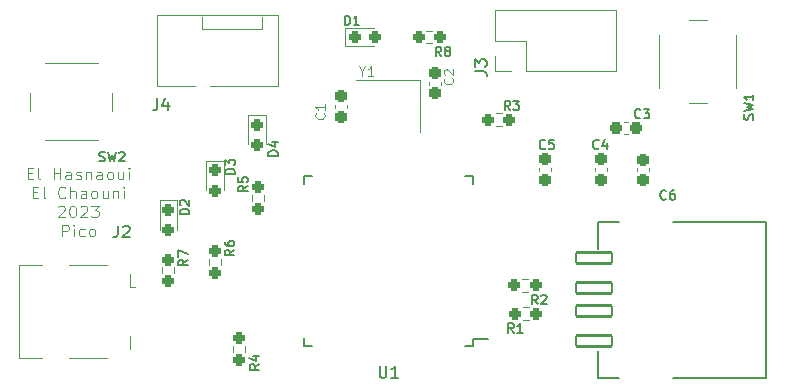
<source format=gto>
%TF.GenerationSoftware,KiCad,Pcbnew,7.0.7*%
%TF.CreationDate,2023-10-24T16:51:49+02:00*%
%TF.ProjectId,Carte_Clavier,43617274-655f-4436-9c61-766965722e6b,rev?*%
%TF.SameCoordinates,Original*%
%TF.FileFunction,Legend,Top*%
%TF.FilePolarity,Positive*%
%FSLAX46Y46*%
G04 Gerber Fmt 4.6, Leading zero omitted, Abs format (unit mm)*
G04 Created by KiCad (PCBNEW 7.0.7) date 2023-10-24 16:51:49*
%MOMM*%
%LPD*%
G01*
G04 APERTURE LIST*
G04 Aperture macros list*
%AMRoundRect*
0 Rectangle with rounded corners*
0 $1 Rounding radius*
0 $2 $3 $4 $5 $6 $7 $8 $9 X,Y pos of 4 corners*
0 Add a 4 corners polygon primitive as box body*
4,1,4,$2,$3,$4,$5,$6,$7,$8,$9,$2,$3,0*
0 Add four circle primitives for the rounded corners*
1,1,$1+$1,$2,$3*
1,1,$1+$1,$4,$5*
1,1,$1+$1,$6,$7*
1,1,$1+$1,$8,$9*
0 Add four rect primitives between the rounded corners*
20,1,$1+$1,$2,$3,$4,$5,0*
20,1,$1+$1,$4,$5,$6,$7,0*
20,1,$1+$1,$6,$7,$8,$9,0*
20,1,$1+$1,$8,$9,$2,$3,0*%
G04 Aperture macros list end*
%ADD10C,0.100000*%
%ADD11C,0.080000*%
%ADD12C,0.150000*%
%ADD13C,0.125000*%
%ADD14C,0.120000*%
%ADD15C,0.203200*%
%ADD16R,2.100000X1.800000*%
%ADD17RoundRect,0.237500X-0.237500X0.287500X-0.237500X-0.287500X0.237500X-0.287500X0.237500X0.287500X0*%
%ADD18RoundRect,0.237500X-0.250000X-0.237500X0.250000X-0.237500X0.250000X0.237500X-0.250000X0.237500X0*%
%ADD19RoundRect,0.237500X-0.237500X0.250000X-0.237500X-0.250000X0.237500X-0.250000X0.237500X0.250000X0*%
%ADD20R,1.500000X0.550000*%
%ADD21R,0.550000X1.500000*%
%ADD22R,1.700000X1.700000*%
%ADD23O,1.700000X1.700000*%
%ADD24C,1.100000*%
%ADD25R,1.730000X2.030000*%
%ADD26O,1.730000X2.030000*%
%ADD27RoundRect,0.101600X1.500000X0.450000X-1.500000X0.450000X-1.500000X-0.450000X1.500000X-0.450000X0*%
%ADD28C,3.530600*%
%ADD29RoundRect,0.237500X-0.300000X-0.237500X0.300000X-0.237500X0.300000X0.237500X-0.300000X0.237500X0*%
%ADD30RoundRect,0.237500X-0.237500X0.300000X-0.237500X-0.300000X0.237500X-0.300000X0.237500X0.300000X0*%
%ADD31RoundRect,0.237500X0.250000X0.237500X-0.250000X0.237500X-0.250000X-0.237500X0.250000X-0.237500X0*%
%ADD32RoundRect,0.237500X-0.287500X-0.237500X0.287500X-0.237500X0.287500X0.237500X-0.287500X0.237500X0*%
%ADD33C,2.000000*%
%ADD34C,1.000000*%
%ADD35R,2.000000X0.500000*%
%ADD36R,1.700000X2.000000*%
G04 APERTURE END LIST*
D10*
X128914285Y-93318609D02*
X129247618Y-93318609D01*
X129390475Y-93842419D02*
X128914285Y-93842419D01*
X128914285Y-93842419D02*
X128914285Y-92842419D01*
X128914285Y-92842419D02*
X129390475Y-92842419D01*
X129961904Y-93842419D02*
X129866666Y-93794800D01*
X129866666Y-93794800D02*
X129819047Y-93699561D01*
X129819047Y-93699561D02*
X129819047Y-92842419D01*
X131104762Y-93842419D02*
X131104762Y-92842419D01*
X131104762Y-93318609D02*
X131676190Y-93318609D01*
X131676190Y-93842419D02*
X131676190Y-92842419D01*
X132580952Y-93842419D02*
X132580952Y-93318609D01*
X132580952Y-93318609D02*
X132533333Y-93223371D01*
X132533333Y-93223371D02*
X132438095Y-93175752D01*
X132438095Y-93175752D02*
X132247619Y-93175752D01*
X132247619Y-93175752D02*
X132152381Y-93223371D01*
X132580952Y-93794800D02*
X132485714Y-93842419D01*
X132485714Y-93842419D02*
X132247619Y-93842419D01*
X132247619Y-93842419D02*
X132152381Y-93794800D01*
X132152381Y-93794800D02*
X132104762Y-93699561D01*
X132104762Y-93699561D02*
X132104762Y-93604323D01*
X132104762Y-93604323D02*
X132152381Y-93509085D01*
X132152381Y-93509085D02*
X132247619Y-93461466D01*
X132247619Y-93461466D02*
X132485714Y-93461466D01*
X132485714Y-93461466D02*
X132580952Y-93413847D01*
X133009524Y-93794800D02*
X133104762Y-93842419D01*
X133104762Y-93842419D02*
X133295238Y-93842419D01*
X133295238Y-93842419D02*
X133390476Y-93794800D01*
X133390476Y-93794800D02*
X133438095Y-93699561D01*
X133438095Y-93699561D02*
X133438095Y-93651942D01*
X133438095Y-93651942D02*
X133390476Y-93556704D01*
X133390476Y-93556704D02*
X133295238Y-93509085D01*
X133295238Y-93509085D02*
X133152381Y-93509085D01*
X133152381Y-93509085D02*
X133057143Y-93461466D01*
X133057143Y-93461466D02*
X133009524Y-93366228D01*
X133009524Y-93366228D02*
X133009524Y-93318609D01*
X133009524Y-93318609D02*
X133057143Y-93223371D01*
X133057143Y-93223371D02*
X133152381Y-93175752D01*
X133152381Y-93175752D02*
X133295238Y-93175752D01*
X133295238Y-93175752D02*
X133390476Y-93223371D01*
X133866667Y-93175752D02*
X133866667Y-93842419D01*
X133866667Y-93270990D02*
X133914286Y-93223371D01*
X133914286Y-93223371D02*
X134009524Y-93175752D01*
X134009524Y-93175752D02*
X134152381Y-93175752D01*
X134152381Y-93175752D02*
X134247619Y-93223371D01*
X134247619Y-93223371D02*
X134295238Y-93318609D01*
X134295238Y-93318609D02*
X134295238Y-93842419D01*
X135200000Y-93842419D02*
X135200000Y-93318609D01*
X135200000Y-93318609D02*
X135152381Y-93223371D01*
X135152381Y-93223371D02*
X135057143Y-93175752D01*
X135057143Y-93175752D02*
X134866667Y-93175752D01*
X134866667Y-93175752D02*
X134771429Y-93223371D01*
X135200000Y-93794800D02*
X135104762Y-93842419D01*
X135104762Y-93842419D02*
X134866667Y-93842419D01*
X134866667Y-93842419D02*
X134771429Y-93794800D01*
X134771429Y-93794800D02*
X134723810Y-93699561D01*
X134723810Y-93699561D02*
X134723810Y-93604323D01*
X134723810Y-93604323D02*
X134771429Y-93509085D01*
X134771429Y-93509085D02*
X134866667Y-93461466D01*
X134866667Y-93461466D02*
X135104762Y-93461466D01*
X135104762Y-93461466D02*
X135200000Y-93413847D01*
X135819048Y-93842419D02*
X135723810Y-93794800D01*
X135723810Y-93794800D02*
X135676191Y-93747180D01*
X135676191Y-93747180D02*
X135628572Y-93651942D01*
X135628572Y-93651942D02*
X135628572Y-93366228D01*
X135628572Y-93366228D02*
X135676191Y-93270990D01*
X135676191Y-93270990D02*
X135723810Y-93223371D01*
X135723810Y-93223371D02*
X135819048Y-93175752D01*
X135819048Y-93175752D02*
X135961905Y-93175752D01*
X135961905Y-93175752D02*
X136057143Y-93223371D01*
X136057143Y-93223371D02*
X136104762Y-93270990D01*
X136104762Y-93270990D02*
X136152381Y-93366228D01*
X136152381Y-93366228D02*
X136152381Y-93651942D01*
X136152381Y-93651942D02*
X136104762Y-93747180D01*
X136104762Y-93747180D02*
X136057143Y-93794800D01*
X136057143Y-93794800D02*
X135961905Y-93842419D01*
X135961905Y-93842419D02*
X135819048Y-93842419D01*
X137009524Y-93175752D02*
X137009524Y-93842419D01*
X136580953Y-93175752D02*
X136580953Y-93699561D01*
X136580953Y-93699561D02*
X136628572Y-93794800D01*
X136628572Y-93794800D02*
X136723810Y-93842419D01*
X136723810Y-93842419D02*
X136866667Y-93842419D01*
X136866667Y-93842419D02*
X136961905Y-93794800D01*
X136961905Y-93794800D02*
X137009524Y-93747180D01*
X137485715Y-93842419D02*
X137485715Y-93175752D01*
X137485715Y-92842419D02*
X137438096Y-92890038D01*
X137438096Y-92890038D02*
X137485715Y-92937657D01*
X137485715Y-92937657D02*
X137533334Y-92890038D01*
X137533334Y-92890038D02*
X137485715Y-92842419D01*
X137485715Y-92842419D02*
X137485715Y-92937657D01*
X129342857Y-94928609D02*
X129676190Y-94928609D01*
X129819047Y-95452419D02*
X129342857Y-95452419D01*
X129342857Y-95452419D02*
X129342857Y-94452419D01*
X129342857Y-94452419D02*
X129819047Y-94452419D01*
X130390476Y-95452419D02*
X130295238Y-95404800D01*
X130295238Y-95404800D02*
X130247619Y-95309561D01*
X130247619Y-95309561D02*
X130247619Y-94452419D01*
X132104762Y-95357180D02*
X132057143Y-95404800D01*
X132057143Y-95404800D02*
X131914286Y-95452419D01*
X131914286Y-95452419D02*
X131819048Y-95452419D01*
X131819048Y-95452419D02*
X131676191Y-95404800D01*
X131676191Y-95404800D02*
X131580953Y-95309561D01*
X131580953Y-95309561D02*
X131533334Y-95214323D01*
X131533334Y-95214323D02*
X131485715Y-95023847D01*
X131485715Y-95023847D02*
X131485715Y-94880990D01*
X131485715Y-94880990D02*
X131533334Y-94690514D01*
X131533334Y-94690514D02*
X131580953Y-94595276D01*
X131580953Y-94595276D02*
X131676191Y-94500038D01*
X131676191Y-94500038D02*
X131819048Y-94452419D01*
X131819048Y-94452419D02*
X131914286Y-94452419D01*
X131914286Y-94452419D02*
X132057143Y-94500038D01*
X132057143Y-94500038D02*
X132104762Y-94547657D01*
X132533334Y-95452419D02*
X132533334Y-94452419D01*
X132961905Y-95452419D02*
X132961905Y-94928609D01*
X132961905Y-94928609D02*
X132914286Y-94833371D01*
X132914286Y-94833371D02*
X132819048Y-94785752D01*
X132819048Y-94785752D02*
X132676191Y-94785752D01*
X132676191Y-94785752D02*
X132580953Y-94833371D01*
X132580953Y-94833371D02*
X132533334Y-94880990D01*
X133866667Y-95452419D02*
X133866667Y-94928609D01*
X133866667Y-94928609D02*
X133819048Y-94833371D01*
X133819048Y-94833371D02*
X133723810Y-94785752D01*
X133723810Y-94785752D02*
X133533334Y-94785752D01*
X133533334Y-94785752D02*
X133438096Y-94833371D01*
X133866667Y-95404800D02*
X133771429Y-95452419D01*
X133771429Y-95452419D02*
X133533334Y-95452419D01*
X133533334Y-95452419D02*
X133438096Y-95404800D01*
X133438096Y-95404800D02*
X133390477Y-95309561D01*
X133390477Y-95309561D02*
X133390477Y-95214323D01*
X133390477Y-95214323D02*
X133438096Y-95119085D01*
X133438096Y-95119085D02*
X133533334Y-95071466D01*
X133533334Y-95071466D02*
X133771429Y-95071466D01*
X133771429Y-95071466D02*
X133866667Y-95023847D01*
X134485715Y-95452419D02*
X134390477Y-95404800D01*
X134390477Y-95404800D02*
X134342858Y-95357180D01*
X134342858Y-95357180D02*
X134295239Y-95261942D01*
X134295239Y-95261942D02*
X134295239Y-94976228D01*
X134295239Y-94976228D02*
X134342858Y-94880990D01*
X134342858Y-94880990D02*
X134390477Y-94833371D01*
X134390477Y-94833371D02*
X134485715Y-94785752D01*
X134485715Y-94785752D02*
X134628572Y-94785752D01*
X134628572Y-94785752D02*
X134723810Y-94833371D01*
X134723810Y-94833371D02*
X134771429Y-94880990D01*
X134771429Y-94880990D02*
X134819048Y-94976228D01*
X134819048Y-94976228D02*
X134819048Y-95261942D01*
X134819048Y-95261942D02*
X134771429Y-95357180D01*
X134771429Y-95357180D02*
X134723810Y-95404800D01*
X134723810Y-95404800D02*
X134628572Y-95452419D01*
X134628572Y-95452419D02*
X134485715Y-95452419D01*
X135676191Y-94785752D02*
X135676191Y-95452419D01*
X135247620Y-94785752D02*
X135247620Y-95309561D01*
X135247620Y-95309561D02*
X135295239Y-95404800D01*
X135295239Y-95404800D02*
X135390477Y-95452419D01*
X135390477Y-95452419D02*
X135533334Y-95452419D01*
X135533334Y-95452419D02*
X135628572Y-95404800D01*
X135628572Y-95404800D02*
X135676191Y-95357180D01*
X136152382Y-94785752D02*
X136152382Y-95452419D01*
X136152382Y-94880990D02*
X136200001Y-94833371D01*
X136200001Y-94833371D02*
X136295239Y-94785752D01*
X136295239Y-94785752D02*
X136438096Y-94785752D01*
X136438096Y-94785752D02*
X136533334Y-94833371D01*
X136533334Y-94833371D02*
X136580953Y-94928609D01*
X136580953Y-94928609D02*
X136580953Y-95452419D01*
X137057144Y-95452419D02*
X137057144Y-94785752D01*
X137057144Y-94452419D02*
X137009525Y-94500038D01*
X137009525Y-94500038D02*
X137057144Y-94547657D01*
X137057144Y-94547657D02*
X137104763Y-94500038D01*
X137104763Y-94500038D02*
X137057144Y-94452419D01*
X137057144Y-94452419D02*
X137057144Y-94547657D01*
X131485714Y-96157657D02*
X131533333Y-96110038D01*
X131533333Y-96110038D02*
X131628571Y-96062419D01*
X131628571Y-96062419D02*
X131866666Y-96062419D01*
X131866666Y-96062419D02*
X131961904Y-96110038D01*
X131961904Y-96110038D02*
X132009523Y-96157657D01*
X132009523Y-96157657D02*
X132057142Y-96252895D01*
X132057142Y-96252895D02*
X132057142Y-96348133D01*
X132057142Y-96348133D02*
X132009523Y-96490990D01*
X132009523Y-96490990D02*
X131438095Y-97062419D01*
X131438095Y-97062419D02*
X132057142Y-97062419D01*
X132676190Y-96062419D02*
X132771428Y-96062419D01*
X132771428Y-96062419D02*
X132866666Y-96110038D01*
X132866666Y-96110038D02*
X132914285Y-96157657D01*
X132914285Y-96157657D02*
X132961904Y-96252895D01*
X132961904Y-96252895D02*
X133009523Y-96443371D01*
X133009523Y-96443371D02*
X133009523Y-96681466D01*
X133009523Y-96681466D02*
X132961904Y-96871942D01*
X132961904Y-96871942D02*
X132914285Y-96967180D01*
X132914285Y-96967180D02*
X132866666Y-97014800D01*
X132866666Y-97014800D02*
X132771428Y-97062419D01*
X132771428Y-97062419D02*
X132676190Y-97062419D01*
X132676190Y-97062419D02*
X132580952Y-97014800D01*
X132580952Y-97014800D02*
X132533333Y-96967180D01*
X132533333Y-96967180D02*
X132485714Y-96871942D01*
X132485714Y-96871942D02*
X132438095Y-96681466D01*
X132438095Y-96681466D02*
X132438095Y-96443371D01*
X132438095Y-96443371D02*
X132485714Y-96252895D01*
X132485714Y-96252895D02*
X132533333Y-96157657D01*
X132533333Y-96157657D02*
X132580952Y-96110038D01*
X132580952Y-96110038D02*
X132676190Y-96062419D01*
X133390476Y-96157657D02*
X133438095Y-96110038D01*
X133438095Y-96110038D02*
X133533333Y-96062419D01*
X133533333Y-96062419D02*
X133771428Y-96062419D01*
X133771428Y-96062419D02*
X133866666Y-96110038D01*
X133866666Y-96110038D02*
X133914285Y-96157657D01*
X133914285Y-96157657D02*
X133961904Y-96252895D01*
X133961904Y-96252895D02*
X133961904Y-96348133D01*
X133961904Y-96348133D02*
X133914285Y-96490990D01*
X133914285Y-96490990D02*
X133342857Y-97062419D01*
X133342857Y-97062419D02*
X133961904Y-97062419D01*
X134295238Y-96062419D02*
X134914285Y-96062419D01*
X134914285Y-96062419D02*
X134580952Y-96443371D01*
X134580952Y-96443371D02*
X134723809Y-96443371D01*
X134723809Y-96443371D02*
X134819047Y-96490990D01*
X134819047Y-96490990D02*
X134866666Y-96538609D01*
X134866666Y-96538609D02*
X134914285Y-96633847D01*
X134914285Y-96633847D02*
X134914285Y-96871942D01*
X134914285Y-96871942D02*
X134866666Y-96967180D01*
X134866666Y-96967180D02*
X134819047Y-97014800D01*
X134819047Y-97014800D02*
X134723809Y-97062419D01*
X134723809Y-97062419D02*
X134438095Y-97062419D01*
X134438095Y-97062419D02*
X134342857Y-97014800D01*
X134342857Y-97014800D02*
X134295238Y-96967180D01*
X131819048Y-98672419D02*
X131819048Y-97672419D01*
X131819048Y-97672419D02*
X132200000Y-97672419D01*
X132200000Y-97672419D02*
X132295238Y-97720038D01*
X132295238Y-97720038D02*
X132342857Y-97767657D01*
X132342857Y-97767657D02*
X132390476Y-97862895D01*
X132390476Y-97862895D02*
X132390476Y-98005752D01*
X132390476Y-98005752D02*
X132342857Y-98100990D01*
X132342857Y-98100990D02*
X132295238Y-98148609D01*
X132295238Y-98148609D02*
X132200000Y-98196228D01*
X132200000Y-98196228D02*
X131819048Y-98196228D01*
X132819048Y-98672419D02*
X132819048Y-98005752D01*
X132819048Y-97672419D02*
X132771429Y-97720038D01*
X132771429Y-97720038D02*
X132819048Y-97767657D01*
X132819048Y-97767657D02*
X132866667Y-97720038D01*
X132866667Y-97720038D02*
X132819048Y-97672419D01*
X132819048Y-97672419D02*
X132819048Y-97767657D01*
X133723809Y-98624800D02*
X133628571Y-98672419D01*
X133628571Y-98672419D02*
X133438095Y-98672419D01*
X133438095Y-98672419D02*
X133342857Y-98624800D01*
X133342857Y-98624800D02*
X133295238Y-98577180D01*
X133295238Y-98577180D02*
X133247619Y-98481942D01*
X133247619Y-98481942D02*
X133247619Y-98196228D01*
X133247619Y-98196228D02*
X133295238Y-98100990D01*
X133295238Y-98100990D02*
X133342857Y-98053371D01*
X133342857Y-98053371D02*
X133438095Y-98005752D01*
X133438095Y-98005752D02*
X133628571Y-98005752D01*
X133628571Y-98005752D02*
X133723809Y-98053371D01*
X134295238Y-98672419D02*
X134200000Y-98624800D01*
X134200000Y-98624800D02*
X134152381Y-98577180D01*
X134152381Y-98577180D02*
X134104762Y-98481942D01*
X134104762Y-98481942D02*
X134104762Y-98196228D01*
X134104762Y-98196228D02*
X134152381Y-98100990D01*
X134152381Y-98100990D02*
X134200000Y-98053371D01*
X134200000Y-98053371D02*
X134295238Y-98005752D01*
X134295238Y-98005752D02*
X134438095Y-98005752D01*
X134438095Y-98005752D02*
X134533333Y-98053371D01*
X134533333Y-98053371D02*
X134580952Y-98100990D01*
X134580952Y-98100990D02*
X134628571Y-98196228D01*
X134628571Y-98196228D02*
X134628571Y-98481942D01*
X134628571Y-98481942D02*
X134580952Y-98577180D01*
X134580952Y-98577180D02*
X134533333Y-98624800D01*
X134533333Y-98624800D02*
X134438095Y-98672419D01*
X134438095Y-98672419D02*
X134295238Y-98672419D01*
D11*
X157219048Y-84684982D02*
X157219048Y-85065935D01*
X156952381Y-84265935D02*
X157219048Y-84684982D01*
X157219048Y-84684982D02*
X157485714Y-84265935D01*
X158171428Y-85065935D02*
X157714285Y-85065935D01*
X157942857Y-85065935D02*
X157942857Y-84265935D01*
X157942857Y-84265935D02*
X157866666Y-84380220D01*
X157866666Y-84380220D02*
X157790476Y-84456411D01*
X157790476Y-84456411D02*
X157714285Y-84494506D01*
D12*
X146437695Y-93376675D02*
X145637695Y-93376675D01*
X145637695Y-93376675D02*
X145637695Y-93186199D01*
X145637695Y-93186199D02*
X145675790Y-93071913D01*
X145675790Y-93071913D02*
X145751980Y-92995723D01*
X145751980Y-92995723D02*
X145828171Y-92957628D01*
X145828171Y-92957628D02*
X145980552Y-92919532D01*
X145980552Y-92919532D02*
X146094838Y-92919532D01*
X146094838Y-92919532D02*
X146247219Y-92957628D01*
X146247219Y-92957628D02*
X146323409Y-92995723D01*
X146323409Y-92995723D02*
X146399600Y-93071913D01*
X146399600Y-93071913D02*
X146437695Y-93186199D01*
X146437695Y-93186199D02*
X146437695Y-93376675D01*
X145637695Y-92652866D02*
X145637695Y-92157628D01*
X145637695Y-92157628D02*
X145942457Y-92424294D01*
X145942457Y-92424294D02*
X145942457Y-92310009D01*
X145942457Y-92310009D02*
X145980552Y-92233818D01*
X145980552Y-92233818D02*
X146018647Y-92195723D01*
X146018647Y-92195723D02*
X146094838Y-92157628D01*
X146094838Y-92157628D02*
X146285314Y-92157628D01*
X146285314Y-92157628D02*
X146361504Y-92195723D01*
X146361504Y-92195723D02*
X146399600Y-92233818D01*
X146399600Y-92233818D02*
X146437695Y-92310009D01*
X146437695Y-92310009D02*
X146437695Y-92538580D01*
X146437695Y-92538580D02*
X146399600Y-92614771D01*
X146399600Y-92614771D02*
X146361504Y-92652866D01*
X163925267Y-83420295D02*
X163658600Y-83039342D01*
X163468124Y-83420295D02*
X163468124Y-82620295D01*
X163468124Y-82620295D02*
X163772886Y-82620295D01*
X163772886Y-82620295D02*
X163849076Y-82658390D01*
X163849076Y-82658390D02*
X163887171Y-82696485D01*
X163887171Y-82696485D02*
X163925267Y-82772676D01*
X163925267Y-82772676D02*
X163925267Y-82886961D01*
X163925267Y-82886961D02*
X163887171Y-82963152D01*
X163887171Y-82963152D02*
X163849076Y-83001247D01*
X163849076Y-83001247D02*
X163772886Y-83039342D01*
X163772886Y-83039342D02*
X163468124Y-83039342D01*
X164382409Y-82963152D02*
X164306219Y-82925057D01*
X164306219Y-82925057D02*
X164268124Y-82886961D01*
X164268124Y-82886961D02*
X164230028Y-82810771D01*
X164230028Y-82810771D02*
X164230028Y-82772676D01*
X164230028Y-82772676D02*
X164268124Y-82696485D01*
X164268124Y-82696485D02*
X164306219Y-82658390D01*
X164306219Y-82658390D02*
X164382409Y-82620295D01*
X164382409Y-82620295D02*
X164534790Y-82620295D01*
X164534790Y-82620295D02*
X164610981Y-82658390D01*
X164610981Y-82658390D02*
X164649076Y-82696485D01*
X164649076Y-82696485D02*
X164687171Y-82772676D01*
X164687171Y-82772676D02*
X164687171Y-82810771D01*
X164687171Y-82810771D02*
X164649076Y-82886961D01*
X164649076Y-82886961D02*
X164610981Y-82925057D01*
X164610981Y-82925057D02*
X164534790Y-82963152D01*
X164534790Y-82963152D02*
X164382409Y-82963152D01*
X164382409Y-82963152D02*
X164306219Y-83001247D01*
X164306219Y-83001247D02*
X164268124Y-83039342D01*
X164268124Y-83039342D02*
X164230028Y-83115533D01*
X164230028Y-83115533D02*
X164230028Y-83267914D01*
X164230028Y-83267914D02*
X164268124Y-83344104D01*
X164268124Y-83344104D02*
X164306219Y-83382200D01*
X164306219Y-83382200D02*
X164382409Y-83420295D01*
X164382409Y-83420295D02*
X164534790Y-83420295D01*
X164534790Y-83420295D02*
X164610981Y-83382200D01*
X164610981Y-83382200D02*
X164649076Y-83344104D01*
X164649076Y-83344104D02*
X164687171Y-83267914D01*
X164687171Y-83267914D02*
X164687171Y-83115533D01*
X164687171Y-83115533D02*
X164649076Y-83039342D01*
X164649076Y-83039342D02*
X164610981Y-83001247D01*
X164610981Y-83001247D02*
X164534790Y-82963152D01*
X150095295Y-91827275D02*
X149295295Y-91827275D01*
X149295295Y-91827275D02*
X149295295Y-91636799D01*
X149295295Y-91636799D02*
X149333390Y-91522513D01*
X149333390Y-91522513D02*
X149409580Y-91446323D01*
X149409580Y-91446323D02*
X149485771Y-91408228D01*
X149485771Y-91408228D02*
X149638152Y-91370132D01*
X149638152Y-91370132D02*
X149752438Y-91370132D01*
X149752438Y-91370132D02*
X149904819Y-91408228D01*
X149904819Y-91408228D02*
X149981009Y-91446323D01*
X149981009Y-91446323D02*
X150057200Y-91522513D01*
X150057200Y-91522513D02*
X150095295Y-91636799D01*
X150095295Y-91636799D02*
X150095295Y-91827275D01*
X149561961Y-90684418D02*
X150095295Y-90684418D01*
X149257200Y-90874894D02*
X149828628Y-91065371D01*
X149828628Y-91065371D02*
X149828628Y-90570132D01*
X147555295Y-94392732D02*
X147174342Y-94659399D01*
X147555295Y-94849875D02*
X146755295Y-94849875D01*
X146755295Y-94849875D02*
X146755295Y-94545113D01*
X146755295Y-94545113D02*
X146793390Y-94468923D01*
X146793390Y-94468923D02*
X146831485Y-94430828D01*
X146831485Y-94430828D02*
X146907676Y-94392732D01*
X146907676Y-94392732D02*
X147021961Y-94392732D01*
X147021961Y-94392732D02*
X147098152Y-94430828D01*
X147098152Y-94430828D02*
X147136247Y-94468923D01*
X147136247Y-94468923D02*
X147174342Y-94545113D01*
X147174342Y-94545113D02*
X147174342Y-94849875D01*
X146755295Y-93668923D02*
X146755295Y-94049875D01*
X146755295Y-94049875D02*
X147136247Y-94087971D01*
X147136247Y-94087971D02*
X147098152Y-94049875D01*
X147098152Y-94049875D02*
X147060057Y-93973685D01*
X147060057Y-93973685D02*
X147060057Y-93783209D01*
X147060057Y-93783209D02*
X147098152Y-93707018D01*
X147098152Y-93707018D02*
X147136247Y-93668923D01*
X147136247Y-93668923D02*
X147212438Y-93630828D01*
X147212438Y-93630828D02*
X147402914Y-93630828D01*
X147402914Y-93630828D02*
X147479104Y-93668923D01*
X147479104Y-93668923D02*
X147517200Y-93707018D01*
X147517200Y-93707018D02*
X147555295Y-93783209D01*
X147555295Y-93783209D02*
X147555295Y-93973685D01*
X147555295Y-93973685D02*
X147517200Y-94049875D01*
X147517200Y-94049875D02*
X147479104Y-94087971D01*
X158699295Y-109641219D02*
X158699295Y-110450742D01*
X158699295Y-110450742D02*
X158746914Y-110545980D01*
X158746914Y-110545980D02*
X158794533Y-110593600D01*
X158794533Y-110593600D02*
X158889771Y-110641219D01*
X158889771Y-110641219D02*
X159080247Y-110641219D01*
X159080247Y-110641219D02*
X159175485Y-110593600D01*
X159175485Y-110593600D02*
X159223104Y-110545980D01*
X159223104Y-110545980D02*
X159270723Y-110450742D01*
X159270723Y-110450742D02*
X159270723Y-109641219D01*
X160270723Y-110641219D02*
X159699295Y-110641219D01*
X159985009Y-110641219D02*
X159985009Y-109641219D01*
X159985009Y-109641219D02*
X159889771Y-109784076D01*
X159889771Y-109784076D02*
X159794533Y-109879314D01*
X159794533Y-109879314D02*
X159699295Y-109926933D01*
X166764619Y-84686733D02*
X167478904Y-84686733D01*
X167478904Y-84686733D02*
X167621761Y-84734352D01*
X167621761Y-84734352D02*
X167717000Y-84829590D01*
X167717000Y-84829590D02*
X167764619Y-84972447D01*
X167764619Y-84972447D02*
X167764619Y-85067685D01*
X166764619Y-84305780D02*
X166764619Y-83686733D01*
X166764619Y-83686733D02*
X167145571Y-84020066D01*
X167145571Y-84020066D02*
X167145571Y-83877209D01*
X167145571Y-83877209D02*
X167193190Y-83781971D01*
X167193190Y-83781971D02*
X167240809Y-83734352D01*
X167240809Y-83734352D02*
X167336047Y-83686733D01*
X167336047Y-83686733D02*
X167574142Y-83686733D01*
X167574142Y-83686733D02*
X167669380Y-83734352D01*
X167669380Y-83734352D02*
X167717000Y-83781971D01*
X167717000Y-83781971D02*
X167764619Y-83877209D01*
X167764619Y-83877209D02*
X167764619Y-84162923D01*
X167764619Y-84162923D02*
X167717000Y-84258161D01*
X167717000Y-84258161D02*
X167669380Y-84305780D01*
X139890066Y-86984419D02*
X139890066Y-87698704D01*
X139890066Y-87698704D02*
X139842447Y-87841561D01*
X139842447Y-87841561D02*
X139747209Y-87936800D01*
X139747209Y-87936800D02*
X139604352Y-87984419D01*
X139604352Y-87984419D02*
X139509114Y-87984419D01*
X140794828Y-87317752D02*
X140794828Y-87984419D01*
X140556733Y-86936800D02*
X140318638Y-87651085D01*
X140318638Y-87651085D02*
X140937685Y-87651085D01*
X142602295Y-96805675D02*
X141802295Y-96805675D01*
X141802295Y-96805675D02*
X141802295Y-96615199D01*
X141802295Y-96615199D02*
X141840390Y-96500913D01*
X141840390Y-96500913D02*
X141916580Y-96424723D01*
X141916580Y-96424723D02*
X141992771Y-96386628D01*
X141992771Y-96386628D02*
X142145152Y-96348532D01*
X142145152Y-96348532D02*
X142259438Y-96348532D01*
X142259438Y-96348532D02*
X142411819Y-96386628D01*
X142411819Y-96386628D02*
X142488009Y-96424723D01*
X142488009Y-96424723D02*
X142564200Y-96500913D01*
X142564200Y-96500913D02*
X142602295Y-96615199D01*
X142602295Y-96615199D02*
X142602295Y-96805675D01*
X141878485Y-96043771D02*
X141840390Y-96005675D01*
X141840390Y-96005675D02*
X141802295Y-95929485D01*
X141802295Y-95929485D02*
X141802295Y-95739009D01*
X141802295Y-95739009D02*
X141840390Y-95662818D01*
X141840390Y-95662818D02*
X141878485Y-95624723D01*
X141878485Y-95624723D02*
X141954676Y-95586628D01*
X141954676Y-95586628D02*
X142030866Y-95586628D01*
X142030866Y-95586628D02*
X142145152Y-95624723D01*
X142145152Y-95624723D02*
X142602295Y-96081866D01*
X142602295Y-96081866D02*
X142602295Y-95586628D01*
X146386895Y-99802932D02*
X146005942Y-100069599D01*
X146386895Y-100260075D02*
X145586895Y-100260075D01*
X145586895Y-100260075D02*
X145586895Y-99955313D01*
X145586895Y-99955313D02*
X145624990Y-99879123D01*
X145624990Y-99879123D02*
X145663085Y-99841028D01*
X145663085Y-99841028D02*
X145739276Y-99802932D01*
X145739276Y-99802932D02*
X145853561Y-99802932D01*
X145853561Y-99802932D02*
X145929752Y-99841028D01*
X145929752Y-99841028D02*
X145967847Y-99879123D01*
X145967847Y-99879123D02*
X146005942Y-99955313D01*
X146005942Y-99955313D02*
X146005942Y-100260075D01*
X145586895Y-99117218D02*
X145586895Y-99269599D01*
X145586895Y-99269599D02*
X145624990Y-99345790D01*
X145624990Y-99345790D02*
X145663085Y-99383885D01*
X145663085Y-99383885D02*
X145777371Y-99460075D01*
X145777371Y-99460075D02*
X145929752Y-99498171D01*
X145929752Y-99498171D02*
X146234514Y-99498171D01*
X146234514Y-99498171D02*
X146310704Y-99460075D01*
X146310704Y-99460075D02*
X146348800Y-99421980D01*
X146348800Y-99421980D02*
X146386895Y-99345790D01*
X146386895Y-99345790D02*
X146386895Y-99193409D01*
X146386895Y-99193409D02*
X146348800Y-99117218D01*
X146348800Y-99117218D02*
X146310704Y-99079123D01*
X146310704Y-99079123D02*
X146234514Y-99041028D01*
X146234514Y-99041028D02*
X146044038Y-99041028D01*
X146044038Y-99041028D02*
X145967847Y-99079123D01*
X145967847Y-99079123D02*
X145929752Y-99117218D01*
X145929752Y-99117218D02*
X145891657Y-99193409D01*
X145891657Y-99193409D02*
X145891657Y-99345790D01*
X145891657Y-99345790D02*
X145929752Y-99421980D01*
X145929752Y-99421980D02*
X145967847Y-99460075D01*
X145967847Y-99460075D02*
X146044038Y-99498171D01*
X180790867Y-88601904D02*
X180752771Y-88640000D01*
X180752771Y-88640000D02*
X180638486Y-88678095D01*
X180638486Y-88678095D02*
X180562295Y-88678095D01*
X180562295Y-88678095D02*
X180448009Y-88640000D01*
X180448009Y-88640000D02*
X180371819Y-88563809D01*
X180371819Y-88563809D02*
X180333724Y-88487619D01*
X180333724Y-88487619D02*
X180295628Y-88335238D01*
X180295628Y-88335238D02*
X180295628Y-88220952D01*
X180295628Y-88220952D02*
X180333724Y-88068571D01*
X180333724Y-88068571D02*
X180371819Y-87992380D01*
X180371819Y-87992380D02*
X180448009Y-87916190D01*
X180448009Y-87916190D02*
X180562295Y-87878095D01*
X180562295Y-87878095D02*
X180638486Y-87878095D01*
X180638486Y-87878095D02*
X180752771Y-87916190D01*
X180752771Y-87916190D02*
X180790867Y-87954285D01*
X181057533Y-87878095D02*
X181552771Y-87878095D01*
X181552771Y-87878095D02*
X181286105Y-88182857D01*
X181286105Y-88182857D02*
X181400390Y-88182857D01*
X181400390Y-88182857D02*
X181476581Y-88220952D01*
X181476581Y-88220952D02*
X181514676Y-88259047D01*
X181514676Y-88259047D02*
X181552771Y-88335238D01*
X181552771Y-88335238D02*
X181552771Y-88525714D01*
X181552771Y-88525714D02*
X181514676Y-88601904D01*
X181514676Y-88601904D02*
X181476581Y-88640000D01*
X181476581Y-88640000D02*
X181400390Y-88678095D01*
X181400390Y-88678095D02*
X181171819Y-88678095D01*
X181171819Y-88678095D02*
X181095628Y-88640000D01*
X181095628Y-88640000D02*
X181057533Y-88601904D01*
D13*
X153987404Y-88233332D02*
X154025500Y-88271428D01*
X154025500Y-88271428D02*
X154063595Y-88385713D01*
X154063595Y-88385713D02*
X154063595Y-88461904D01*
X154063595Y-88461904D02*
X154025500Y-88576190D01*
X154025500Y-88576190D02*
X153949309Y-88652380D01*
X153949309Y-88652380D02*
X153873119Y-88690475D01*
X153873119Y-88690475D02*
X153720738Y-88728571D01*
X153720738Y-88728571D02*
X153606452Y-88728571D01*
X153606452Y-88728571D02*
X153454071Y-88690475D01*
X153454071Y-88690475D02*
X153377880Y-88652380D01*
X153377880Y-88652380D02*
X153301690Y-88576190D01*
X153301690Y-88576190D02*
X153263595Y-88461904D01*
X153263595Y-88461904D02*
X153263595Y-88385713D01*
X153263595Y-88385713D02*
X153301690Y-88271428D01*
X153301690Y-88271428D02*
X153339785Y-88233332D01*
X154063595Y-87471428D02*
X154063595Y-87928571D01*
X154063595Y-87699999D02*
X153263595Y-87699999D01*
X153263595Y-87699999D02*
X153377880Y-87776190D01*
X153377880Y-87776190D02*
X153454071Y-87852380D01*
X153454071Y-87852380D02*
X153492166Y-87928571D01*
D12*
X177260267Y-91192704D02*
X177222171Y-91230800D01*
X177222171Y-91230800D02*
X177107886Y-91268895D01*
X177107886Y-91268895D02*
X177031695Y-91268895D01*
X177031695Y-91268895D02*
X176917409Y-91230800D01*
X176917409Y-91230800D02*
X176841219Y-91154609D01*
X176841219Y-91154609D02*
X176803124Y-91078419D01*
X176803124Y-91078419D02*
X176765028Y-90926038D01*
X176765028Y-90926038D02*
X176765028Y-90811752D01*
X176765028Y-90811752D02*
X176803124Y-90659371D01*
X176803124Y-90659371D02*
X176841219Y-90583180D01*
X176841219Y-90583180D02*
X176917409Y-90506990D01*
X176917409Y-90506990D02*
X177031695Y-90468895D01*
X177031695Y-90468895D02*
X177107886Y-90468895D01*
X177107886Y-90468895D02*
X177222171Y-90506990D01*
X177222171Y-90506990D02*
X177260267Y-90545085D01*
X177945981Y-90735561D02*
X177945981Y-91268895D01*
X177755505Y-90430800D02*
X177565028Y-91002228D01*
X177565028Y-91002228D02*
X178060267Y-91002228D01*
X170046667Y-106839095D02*
X169780000Y-106458142D01*
X169589524Y-106839095D02*
X169589524Y-106039095D01*
X169589524Y-106039095D02*
X169894286Y-106039095D01*
X169894286Y-106039095D02*
X169970476Y-106077190D01*
X169970476Y-106077190D02*
X170008571Y-106115285D01*
X170008571Y-106115285D02*
X170046667Y-106191476D01*
X170046667Y-106191476D02*
X170046667Y-106305761D01*
X170046667Y-106305761D02*
X170008571Y-106381952D01*
X170008571Y-106381952D02*
X169970476Y-106420047D01*
X169970476Y-106420047D02*
X169894286Y-106458142D01*
X169894286Y-106458142D02*
X169589524Y-106458142D01*
X170808571Y-106839095D02*
X170351428Y-106839095D01*
X170580000Y-106839095D02*
X170580000Y-106039095D01*
X170580000Y-106039095D02*
X170503809Y-106153380D01*
X170503809Y-106153380D02*
X170427619Y-106229571D01*
X170427619Y-106229571D02*
X170351428Y-106267666D01*
X142449895Y-100641132D02*
X142068942Y-100907799D01*
X142449895Y-101098275D02*
X141649895Y-101098275D01*
X141649895Y-101098275D02*
X141649895Y-100793513D01*
X141649895Y-100793513D02*
X141687990Y-100717323D01*
X141687990Y-100717323D02*
X141726085Y-100679228D01*
X141726085Y-100679228D02*
X141802276Y-100641132D01*
X141802276Y-100641132D02*
X141916561Y-100641132D01*
X141916561Y-100641132D02*
X141992752Y-100679228D01*
X141992752Y-100679228D02*
X142030847Y-100717323D01*
X142030847Y-100717323D02*
X142068942Y-100793513D01*
X142068942Y-100793513D02*
X142068942Y-101098275D01*
X141649895Y-100374466D02*
X141649895Y-99841132D01*
X141649895Y-99841132D02*
X142449895Y-100183990D01*
X182966667Y-95486104D02*
X182928571Y-95524200D01*
X182928571Y-95524200D02*
X182814286Y-95562295D01*
X182814286Y-95562295D02*
X182738095Y-95562295D01*
X182738095Y-95562295D02*
X182623809Y-95524200D01*
X182623809Y-95524200D02*
X182547619Y-95448009D01*
X182547619Y-95448009D02*
X182509524Y-95371819D01*
X182509524Y-95371819D02*
X182471428Y-95219438D01*
X182471428Y-95219438D02*
X182471428Y-95105152D01*
X182471428Y-95105152D02*
X182509524Y-94952771D01*
X182509524Y-94952771D02*
X182547619Y-94876580D01*
X182547619Y-94876580D02*
X182623809Y-94800390D01*
X182623809Y-94800390D02*
X182738095Y-94762295D01*
X182738095Y-94762295D02*
X182814286Y-94762295D01*
X182814286Y-94762295D02*
X182928571Y-94800390D01*
X182928571Y-94800390D02*
X182966667Y-94838485D01*
X183652381Y-94762295D02*
X183500000Y-94762295D01*
X183500000Y-94762295D02*
X183423809Y-94800390D01*
X183423809Y-94800390D02*
X183385714Y-94838485D01*
X183385714Y-94838485D02*
X183309524Y-94952771D01*
X183309524Y-94952771D02*
X183271428Y-95105152D01*
X183271428Y-95105152D02*
X183271428Y-95409914D01*
X183271428Y-95409914D02*
X183309524Y-95486104D01*
X183309524Y-95486104D02*
X183347619Y-95524200D01*
X183347619Y-95524200D02*
X183423809Y-95562295D01*
X183423809Y-95562295D02*
X183576190Y-95562295D01*
X183576190Y-95562295D02*
X183652381Y-95524200D01*
X183652381Y-95524200D02*
X183690476Y-95486104D01*
X183690476Y-95486104D02*
X183728571Y-95409914D01*
X183728571Y-95409914D02*
X183728571Y-95219438D01*
X183728571Y-95219438D02*
X183690476Y-95143247D01*
X183690476Y-95143247D02*
X183652381Y-95105152D01*
X183652381Y-95105152D02*
X183576190Y-95067057D01*
X183576190Y-95067057D02*
X183423809Y-95067057D01*
X183423809Y-95067057D02*
X183347619Y-95105152D01*
X183347619Y-95105152D02*
X183309524Y-95143247D01*
X183309524Y-95143247D02*
X183271428Y-95219438D01*
X172739067Y-91192704D02*
X172700971Y-91230800D01*
X172700971Y-91230800D02*
X172586686Y-91268895D01*
X172586686Y-91268895D02*
X172510495Y-91268895D01*
X172510495Y-91268895D02*
X172396209Y-91230800D01*
X172396209Y-91230800D02*
X172320019Y-91154609D01*
X172320019Y-91154609D02*
X172281924Y-91078419D01*
X172281924Y-91078419D02*
X172243828Y-90926038D01*
X172243828Y-90926038D02*
X172243828Y-90811752D01*
X172243828Y-90811752D02*
X172281924Y-90659371D01*
X172281924Y-90659371D02*
X172320019Y-90583180D01*
X172320019Y-90583180D02*
X172396209Y-90506990D01*
X172396209Y-90506990D02*
X172510495Y-90468895D01*
X172510495Y-90468895D02*
X172586686Y-90468895D01*
X172586686Y-90468895D02*
X172700971Y-90506990D01*
X172700971Y-90506990D02*
X172739067Y-90545085D01*
X173462876Y-90468895D02*
X173081924Y-90468895D01*
X173081924Y-90468895D02*
X173043828Y-90849847D01*
X173043828Y-90849847D02*
X173081924Y-90811752D01*
X173081924Y-90811752D02*
X173158114Y-90773657D01*
X173158114Y-90773657D02*
X173348590Y-90773657D01*
X173348590Y-90773657D02*
X173424781Y-90811752D01*
X173424781Y-90811752D02*
X173462876Y-90849847D01*
X173462876Y-90849847D02*
X173500971Y-90926038D01*
X173500971Y-90926038D02*
X173500971Y-91116514D01*
X173500971Y-91116514D02*
X173462876Y-91192704D01*
X173462876Y-91192704D02*
X173424781Y-91230800D01*
X173424781Y-91230800D02*
X173348590Y-91268895D01*
X173348590Y-91268895D02*
X173158114Y-91268895D01*
X173158114Y-91268895D02*
X173081924Y-91230800D01*
X173081924Y-91230800D02*
X173043828Y-91192704D01*
X155746524Y-80778695D02*
X155746524Y-79978695D01*
X155746524Y-79978695D02*
X155937000Y-79978695D01*
X155937000Y-79978695D02*
X156051286Y-80016790D01*
X156051286Y-80016790D02*
X156127476Y-80092980D01*
X156127476Y-80092980D02*
X156165571Y-80169171D01*
X156165571Y-80169171D02*
X156203667Y-80321552D01*
X156203667Y-80321552D02*
X156203667Y-80435838D01*
X156203667Y-80435838D02*
X156165571Y-80588219D01*
X156165571Y-80588219D02*
X156127476Y-80664409D01*
X156127476Y-80664409D02*
X156051286Y-80740600D01*
X156051286Y-80740600D02*
X155937000Y-80778695D01*
X155937000Y-80778695D02*
X155746524Y-80778695D01*
X156965571Y-80778695D02*
X156508428Y-80778695D01*
X156737000Y-80778695D02*
X156737000Y-79978695D01*
X156737000Y-79978695D02*
X156660809Y-80092980D01*
X156660809Y-80092980D02*
X156584619Y-80169171D01*
X156584619Y-80169171D02*
X156508428Y-80207266D01*
X172078667Y-104400695D02*
X171812000Y-104019742D01*
X171621524Y-104400695D02*
X171621524Y-103600695D01*
X171621524Y-103600695D02*
X171926286Y-103600695D01*
X171926286Y-103600695D02*
X172002476Y-103638790D01*
X172002476Y-103638790D02*
X172040571Y-103676885D01*
X172040571Y-103676885D02*
X172078667Y-103753076D01*
X172078667Y-103753076D02*
X172078667Y-103867361D01*
X172078667Y-103867361D02*
X172040571Y-103943552D01*
X172040571Y-103943552D02*
X172002476Y-103981647D01*
X172002476Y-103981647D02*
X171926286Y-104019742D01*
X171926286Y-104019742D02*
X171621524Y-104019742D01*
X172383428Y-103676885D02*
X172421524Y-103638790D01*
X172421524Y-103638790D02*
X172497714Y-103600695D01*
X172497714Y-103600695D02*
X172688190Y-103600695D01*
X172688190Y-103600695D02*
X172764381Y-103638790D01*
X172764381Y-103638790D02*
X172802476Y-103676885D01*
X172802476Y-103676885D02*
X172840571Y-103753076D01*
X172840571Y-103753076D02*
X172840571Y-103829266D01*
X172840571Y-103829266D02*
X172802476Y-103943552D01*
X172802476Y-103943552D02*
X172345333Y-104400695D01*
X172345333Y-104400695D02*
X172840571Y-104400695D01*
X190316200Y-88798267D02*
X190354295Y-88683981D01*
X190354295Y-88683981D02*
X190354295Y-88493505D01*
X190354295Y-88493505D02*
X190316200Y-88417314D01*
X190316200Y-88417314D02*
X190278104Y-88379219D01*
X190278104Y-88379219D02*
X190201914Y-88341124D01*
X190201914Y-88341124D02*
X190125723Y-88341124D01*
X190125723Y-88341124D02*
X190049533Y-88379219D01*
X190049533Y-88379219D02*
X190011438Y-88417314D01*
X190011438Y-88417314D02*
X189973342Y-88493505D01*
X189973342Y-88493505D02*
X189935247Y-88645886D01*
X189935247Y-88645886D02*
X189897152Y-88722076D01*
X189897152Y-88722076D02*
X189859057Y-88760171D01*
X189859057Y-88760171D02*
X189782866Y-88798267D01*
X189782866Y-88798267D02*
X189706676Y-88798267D01*
X189706676Y-88798267D02*
X189630485Y-88760171D01*
X189630485Y-88760171D02*
X189592390Y-88722076D01*
X189592390Y-88722076D02*
X189554295Y-88645886D01*
X189554295Y-88645886D02*
X189554295Y-88455409D01*
X189554295Y-88455409D02*
X189592390Y-88341124D01*
X189554295Y-88074457D02*
X190354295Y-87883981D01*
X190354295Y-87883981D02*
X189782866Y-87731600D01*
X189782866Y-87731600D02*
X190354295Y-87579219D01*
X190354295Y-87579219D02*
X189554295Y-87388743D01*
X190354295Y-86664933D02*
X190354295Y-87122076D01*
X190354295Y-86893504D02*
X189554295Y-86893504D01*
X189554295Y-86893504D02*
X189668580Y-86969695D01*
X189668580Y-86969695D02*
X189744771Y-87045885D01*
X189744771Y-87045885D02*
X189782866Y-87122076D01*
X136547266Y-97752819D02*
X136547266Y-98467104D01*
X136547266Y-98467104D02*
X136499647Y-98609961D01*
X136499647Y-98609961D02*
X136404409Y-98705200D01*
X136404409Y-98705200D02*
X136261552Y-98752819D01*
X136261552Y-98752819D02*
X136166314Y-98752819D01*
X136975838Y-97848057D02*
X137023457Y-97800438D01*
X137023457Y-97800438D02*
X137118695Y-97752819D01*
X137118695Y-97752819D02*
X137356790Y-97752819D01*
X137356790Y-97752819D02*
X137452028Y-97800438D01*
X137452028Y-97800438D02*
X137499647Y-97848057D01*
X137499647Y-97848057D02*
X137547266Y-97943295D01*
X137547266Y-97943295D02*
X137547266Y-98038533D01*
X137547266Y-98038533D02*
X137499647Y-98181390D01*
X137499647Y-98181390D02*
X136928219Y-98752819D01*
X136928219Y-98752819D02*
X137547266Y-98752819D01*
D11*
X164858144Y-85275632D02*
X164896240Y-85313728D01*
X164896240Y-85313728D02*
X164934335Y-85428013D01*
X164934335Y-85428013D02*
X164934335Y-85504204D01*
X164934335Y-85504204D02*
X164896240Y-85618490D01*
X164896240Y-85618490D02*
X164820049Y-85694680D01*
X164820049Y-85694680D02*
X164743859Y-85732775D01*
X164743859Y-85732775D02*
X164591478Y-85770871D01*
X164591478Y-85770871D02*
X164477192Y-85770871D01*
X164477192Y-85770871D02*
X164324811Y-85732775D01*
X164324811Y-85732775D02*
X164248620Y-85694680D01*
X164248620Y-85694680D02*
X164172430Y-85618490D01*
X164172430Y-85618490D02*
X164134335Y-85504204D01*
X164134335Y-85504204D02*
X164134335Y-85428013D01*
X164134335Y-85428013D02*
X164172430Y-85313728D01*
X164172430Y-85313728D02*
X164210525Y-85275632D01*
X164210525Y-84970871D02*
X164172430Y-84932775D01*
X164172430Y-84932775D02*
X164134335Y-84856585D01*
X164134335Y-84856585D02*
X164134335Y-84666109D01*
X164134335Y-84666109D02*
X164172430Y-84589918D01*
X164172430Y-84589918D02*
X164210525Y-84551823D01*
X164210525Y-84551823D02*
X164286716Y-84513728D01*
X164286716Y-84513728D02*
X164362906Y-84513728D01*
X164362906Y-84513728D02*
X164477192Y-84551823D01*
X164477192Y-84551823D02*
X164934335Y-85008966D01*
X164934335Y-85008966D02*
X164934335Y-84513728D01*
D12*
X169767267Y-87992295D02*
X169500600Y-87611342D01*
X169310124Y-87992295D02*
X169310124Y-87192295D01*
X169310124Y-87192295D02*
X169614886Y-87192295D01*
X169614886Y-87192295D02*
X169691076Y-87230390D01*
X169691076Y-87230390D02*
X169729171Y-87268485D01*
X169729171Y-87268485D02*
X169767267Y-87344676D01*
X169767267Y-87344676D02*
X169767267Y-87458961D01*
X169767267Y-87458961D02*
X169729171Y-87535152D01*
X169729171Y-87535152D02*
X169691076Y-87573247D01*
X169691076Y-87573247D02*
X169614886Y-87611342D01*
X169614886Y-87611342D02*
X169310124Y-87611342D01*
X170033933Y-87192295D02*
X170529171Y-87192295D01*
X170529171Y-87192295D02*
X170262505Y-87497057D01*
X170262505Y-87497057D02*
X170376790Y-87497057D01*
X170376790Y-87497057D02*
X170452981Y-87535152D01*
X170452981Y-87535152D02*
X170491076Y-87573247D01*
X170491076Y-87573247D02*
X170529171Y-87649438D01*
X170529171Y-87649438D02*
X170529171Y-87839914D01*
X170529171Y-87839914D02*
X170491076Y-87916104D01*
X170491076Y-87916104D02*
X170452981Y-87954200D01*
X170452981Y-87954200D02*
X170376790Y-87992295D01*
X170376790Y-87992295D02*
X170148219Y-87992295D01*
X170148219Y-87992295D02*
X170072028Y-87954200D01*
X170072028Y-87954200D02*
X170033933Y-87916104D01*
X148495095Y-109480332D02*
X148114142Y-109746999D01*
X148495095Y-109937475D02*
X147695095Y-109937475D01*
X147695095Y-109937475D02*
X147695095Y-109632713D01*
X147695095Y-109632713D02*
X147733190Y-109556523D01*
X147733190Y-109556523D02*
X147771285Y-109518428D01*
X147771285Y-109518428D02*
X147847476Y-109480332D01*
X147847476Y-109480332D02*
X147961761Y-109480332D01*
X147961761Y-109480332D02*
X148037952Y-109518428D01*
X148037952Y-109518428D02*
X148076047Y-109556523D01*
X148076047Y-109556523D02*
X148114142Y-109632713D01*
X148114142Y-109632713D02*
X148114142Y-109937475D01*
X147961761Y-108794618D02*
X148495095Y-108794618D01*
X147657000Y-108985094D02*
X148228428Y-109175571D01*
X148228428Y-109175571D02*
X148228428Y-108680332D01*
X134975732Y-92272200D02*
X135090018Y-92310295D01*
X135090018Y-92310295D02*
X135280494Y-92310295D01*
X135280494Y-92310295D02*
X135356685Y-92272200D01*
X135356685Y-92272200D02*
X135394780Y-92234104D01*
X135394780Y-92234104D02*
X135432875Y-92157914D01*
X135432875Y-92157914D02*
X135432875Y-92081723D01*
X135432875Y-92081723D02*
X135394780Y-92005533D01*
X135394780Y-92005533D02*
X135356685Y-91967438D01*
X135356685Y-91967438D02*
X135280494Y-91929342D01*
X135280494Y-91929342D02*
X135128113Y-91891247D01*
X135128113Y-91891247D02*
X135051923Y-91853152D01*
X135051923Y-91853152D02*
X135013828Y-91815057D01*
X135013828Y-91815057D02*
X134975732Y-91738866D01*
X134975732Y-91738866D02*
X134975732Y-91662676D01*
X134975732Y-91662676D02*
X135013828Y-91586485D01*
X135013828Y-91586485D02*
X135051923Y-91548390D01*
X135051923Y-91548390D02*
X135128113Y-91510295D01*
X135128113Y-91510295D02*
X135318590Y-91510295D01*
X135318590Y-91510295D02*
X135432875Y-91548390D01*
X135699542Y-91510295D02*
X135890018Y-92310295D01*
X135890018Y-92310295D02*
X136042399Y-91738866D01*
X136042399Y-91738866D02*
X136194780Y-92310295D01*
X136194780Y-92310295D02*
X136385257Y-91510295D01*
X136651923Y-91586485D02*
X136690019Y-91548390D01*
X136690019Y-91548390D02*
X136766209Y-91510295D01*
X136766209Y-91510295D02*
X136956685Y-91510295D01*
X136956685Y-91510295D02*
X137032876Y-91548390D01*
X137032876Y-91548390D02*
X137070971Y-91586485D01*
X137070971Y-91586485D02*
X137109066Y-91662676D01*
X137109066Y-91662676D02*
X137109066Y-91738866D01*
X137109066Y-91738866D02*
X137070971Y-91853152D01*
X137070971Y-91853152D02*
X136613828Y-92310295D01*
X136613828Y-92310295D02*
X137109066Y-92310295D01*
D14*
%TO.C,Y1*%
X162138000Y-89863200D02*
X162138000Y-85463200D01*
X162138000Y-85463200D02*
X156738000Y-85463200D01*
%TO.C,D3*%
X145489600Y-92257800D02*
X144019600Y-92257800D01*
X144019600Y-92257800D02*
X144019600Y-94717800D01*
X145489600Y-94717800D02*
X145489600Y-92257800D01*
%TO.C,R8*%
X162660176Y-81240100D02*
X163169624Y-81240100D01*
X162660176Y-82285100D02*
X163169624Y-82285100D01*
%TO.C,D4*%
X149071000Y-88422400D02*
X147601000Y-88422400D01*
X147601000Y-88422400D02*
X147601000Y-90882400D01*
X149071000Y-90882400D02*
X149071000Y-88422400D01*
%TO.C,R5*%
X148934700Y-95149576D02*
X148934700Y-95659024D01*
X147889700Y-95149576D02*
X147889700Y-95659024D01*
D12*
%TO.C,U1*%
X166636200Y-107911400D02*
X166636200Y-107336400D01*
X166636200Y-107911400D02*
X165961200Y-107911400D01*
X166636200Y-107336400D02*
X167911200Y-107336400D01*
X166636200Y-93561400D02*
X166636200Y-94236400D01*
X166636200Y-93561400D02*
X165961200Y-93561400D01*
X152286200Y-107911400D02*
X152961200Y-107911400D01*
X152286200Y-107911400D02*
X152286200Y-107236400D01*
X152286200Y-93561400D02*
X152961200Y-93561400D01*
X152286200Y-93561400D02*
X152286200Y-94236400D01*
D14*
%TO.C,J3*%
X168469000Y-84692800D02*
X168469000Y-83362800D01*
X169799000Y-84692800D02*
X168469000Y-84692800D01*
X171069000Y-84692800D02*
X178749000Y-84692800D01*
X171069000Y-84692800D02*
X171069000Y-82092800D01*
X178749000Y-84692800D02*
X178749000Y-79492800D01*
X168469000Y-82092800D02*
X168469000Y-79492800D01*
X171069000Y-82092800D02*
X168469000Y-82092800D01*
X168469000Y-79492800D02*
X178749000Y-79492800D01*
%TO.C,J4*%
X150133200Y-85958000D02*
X144383200Y-85958000D01*
X150133200Y-79958000D02*
X150133200Y-85958000D01*
X148783200Y-81068000D02*
X143703200Y-81068000D01*
X148783200Y-80058000D02*
X148783200Y-81068000D01*
X143703200Y-81068000D02*
X143703200Y-80058000D01*
X143033200Y-85908000D02*
X139833200Y-85908000D01*
X139833200Y-85908000D02*
X139833200Y-79958000D01*
X139833200Y-79958000D02*
X150133200Y-79958000D01*
%TO.C,D2*%
X141552600Y-95622000D02*
X140082600Y-95622000D01*
X140082600Y-95622000D02*
X140082600Y-98082000D01*
X141552600Y-98082000D02*
X141552600Y-95622000D01*
D15*
%TO.C,J1*%
X191452400Y-110617000D02*
X191452400Y-97409000D01*
X191452400Y-110617000D02*
X183578400Y-110617000D01*
X191452400Y-97409000D02*
X183578400Y-97409000D01*
X179006400Y-97409000D02*
X177228400Y-97409000D01*
X177228400Y-110617000D02*
X179006400Y-110617000D01*
X177228400Y-108331000D02*
X177228400Y-110617000D01*
X177228400Y-97409000D02*
X177228400Y-99695000D01*
D14*
%TO.C,R6*%
X145277100Y-100559776D02*
X145277100Y-101069224D01*
X144232100Y-100559776D02*
X144232100Y-101069224D01*
%TO.C,C3*%
X179407433Y-88974200D02*
X179699967Y-88974200D01*
X179407433Y-89994200D02*
X179699967Y-89994200D01*
%TO.C,C1*%
X155910000Y-87508033D02*
X155910000Y-87800567D01*
X154890000Y-87508033D02*
X154890000Y-87800567D01*
%TO.C,C4*%
X177954400Y-92867433D02*
X177954400Y-93159967D01*
X176934400Y-92867433D02*
X176934400Y-93159967D01*
%TO.C,R1*%
X171323724Y-105729300D02*
X170814276Y-105729300D01*
X171323724Y-104684300D02*
X170814276Y-104684300D01*
%TO.C,R7*%
X141289300Y-101292576D02*
X141289300Y-101802024D01*
X140244300Y-101292576D02*
X140244300Y-101802024D01*
%TO.C,C6*%
X181535800Y-92873433D02*
X181535800Y-93165967D01*
X180515800Y-92873433D02*
X180515800Y-93165967D01*
%TO.C,C5*%
X173179200Y-92867433D02*
X173179200Y-93159967D01*
X172159200Y-92867433D02*
X172159200Y-93159967D01*
%TO.C,D1*%
X155806000Y-81053000D02*
X155806000Y-82523000D01*
X155806000Y-82523000D02*
X158266000Y-82523000D01*
X158266000Y-81053000D02*
X155806000Y-81053000D01*
%TO.C,R2*%
X171271024Y-103341700D02*
X170761576Y-103341700D01*
X171271024Y-102296700D02*
X170761576Y-102296700D01*
%TO.C,SW1*%
X184898600Y-87370800D02*
X186398600Y-87370800D01*
X188898600Y-86120800D02*
X188898600Y-81620800D01*
X182398600Y-81620800D02*
X182398600Y-86120800D01*
X186398600Y-80370800D02*
X184898600Y-80370800D01*
%TO.C,J2*%
X132380200Y-101119000D02*
X135610200Y-101119000D01*
X128210200Y-101119000D02*
X130160200Y-101119000D01*
X137530200Y-101839000D02*
X137530200Y-102919000D01*
X137530200Y-102919000D02*
X137960200Y-102919000D01*
X137530200Y-107139000D02*
X137530200Y-108219000D01*
X132380200Y-108939000D02*
X135610200Y-108939000D01*
X128210200Y-108939000D02*
X128210200Y-101119000D01*
X128210200Y-108939000D02*
X130160200Y-108939000D01*
%TO.C,C2*%
X163910000Y-85553733D02*
X163910000Y-85846267D01*
X162890000Y-85553733D02*
X162890000Y-85846267D01*
%TO.C,R3*%
X169035824Y-89295500D02*
X168526376Y-89295500D01*
X169035824Y-88250500D02*
X168526376Y-88250500D01*
%TO.C,R4*%
X147334500Y-107925776D02*
X147334500Y-108435224D01*
X146289500Y-107925776D02*
X146289500Y-108435224D01*
%TO.C,SW2*%
X129088000Y-86524400D02*
X129088000Y-88024400D01*
X130338000Y-90524400D02*
X134838000Y-90524400D01*
X134838000Y-84024400D02*
X130338000Y-84024400D01*
X136088000Y-88024400D02*
X136088000Y-86524400D01*
%TD*%
%LPC*%
D16*
%TO.C,Y1*%
X160888000Y-86563200D03*
X157988000Y-86563200D03*
X157988000Y-88763200D03*
X160888000Y-88763200D03*
%TD*%
D17*
%TO.C,D3*%
X144754600Y-93042800D03*
X144754600Y-94792800D03*
%TD*%
D18*
%TO.C,R8*%
X162002400Y-81762600D03*
X163827400Y-81762600D03*
%TD*%
D17*
%TO.C,D4*%
X148336000Y-89207400D03*
X148336000Y-90957400D03*
%TD*%
D19*
%TO.C,R5*%
X148412200Y-94491800D03*
X148412200Y-96316800D03*
%TD*%
D20*
%TO.C,U1*%
X167161200Y-106736400D03*
X167161200Y-105936400D03*
X167161200Y-105136400D03*
X167161200Y-104336400D03*
X167161200Y-103536400D03*
X167161200Y-102736400D03*
X167161200Y-101936400D03*
X167161200Y-101136400D03*
X167161200Y-100336400D03*
X167161200Y-99536400D03*
X167161200Y-98736400D03*
X167161200Y-97936400D03*
X167161200Y-97136400D03*
X167161200Y-96336400D03*
X167161200Y-95536400D03*
X167161200Y-94736400D03*
D21*
X165461200Y-93036400D03*
X164661200Y-93036400D03*
X163861200Y-93036400D03*
X163061200Y-93036400D03*
X162261200Y-93036400D03*
X161461200Y-93036400D03*
X160661200Y-93036400D03*
X159861200Y-93036400D03*
X159061200Y-93036400D03*
X158261200Y-93036400D03*
X157461200Y-93036400D03*
X156661200Y-93036400D03*
X155861200Y-93036400D03*
X155061200Y-93036400D03*
X154261200Y-93036400D03*
X153461200Y-93036400D03*
D20*
X151761200Y-94736400D03*
X151761200Y-95536400D03*
X151761200Y-96336400D03*
X151761200Y-97136400D03*
X151761200Y-97936400D03*
X151761200Y-98736400D03*
X151761200Y-99536400D03*
X151761200Y-100336400D03*
X151761200Y-101136400D03*
X151761200Y-101936400D03*
X151761200Y-102736400D03*
X151761200Y-103536400D03*
X151761200Y-104336400D03*
X151761200Y-105136400D03*
X151761200Y-105936400D03*
X151761200Y-106736400D03*
D21*
X153461200Y-108436400D03*
X154261200Y-108436400D03*
X155061200Y-108436400D03*
X155861200Y-108436400D03*
X156661200Y-108436400D03*
X157461200Y-108436400D03*
X158261200Y-108436400D03*
X159061200Y-108436400D03*
X159861200Y-108436400D03*
X160661200Y-108436400D03*
X161461200Y-108436400D03*
X162261200Y-108436400D03*
X163061200Y-108436400D03*
X163861200Y-108436400D03*
X164661200Y-108436400D03*
X165461200Y-108436400D03*
%TD*%
D22*
%TO.C,J3*%
X169799000Y-83362800D03*
D23*
X169799000Y-80822800D03*
X172339000Y-83362800D03*
X172339000Y-80822800D03*
X174879000Y-83362800D03*
X174879000Y-80822800D03*
X177419000Y-83362800D03*
X177419000Y-80822800D03*
%TD*%
D24*
%TO.C,J4*%
X143703200Y-85518000D03*
D25*
X148783200Y-83358000D03*
D26*
X146243200Y-83358000D03*
X143703200Y-83358000D03*
X141163200Y-83358000D03*
%TD*%
D17*
%TO.C,D2*%
X140817600Y-96407000D03*
X140817600Y-98157000D03*
%TD*%
D27*
%TO.C,J1*%
X176874400Y-103013000D03*
X176874400Y-105013000D03*
X176874400Y-100513000D03*
D28*
X181086400Y-97447100D03*
X181086400Y-110578900D03*
D27*
X176874400Y-107513000D03*
%TD*%
D19*
%TO.C,R6*%
X144754600Y-99902000D03*
X144754600Y-101727000D03*
%TD*%
D29*
%TO.C,C3*%
X178691200Y-89484200D03*
X180416200Y-89484200D03*
%TD*%
D30*
%TO.C,C1*%
X155400000Y-86791800D03*
X155400000Y-88516800D03*
%TD*%
%TO.C,C4*%
X177444400Y-92151200D03*
X177444400Y-93876200D03*
%TD*%
D31*
%TO.C,R1*%
X171981500Y-105206800D03*
X170156500Y-105206800D03*
%TD*%
D19*
%TO.C,R7*%
X140766800Y-100634800D03*
X140766800Y-102459800D03*
%TD*%
D30*
%TO.C,C6*%
X181025800Y-92157200D03*
X181025800Y-93882200D03*
%TD*%
%TO.C,C5*%
X172669200Y-92151200D03*
X172669200Y-93876200D03*
%TD*%
D32*
%TO.C,D1*%
X156591000Y-81788000D03*
X158341000Y-81788000D03*
%TD*%
D31*
%TO.C,R2*%
X171928800Y-102819200D03*
X170103800Y-102819200D03*
%TD*%
D33*
%TO.C,SW1*%
X183398600Y-87120800D03*
X183398600Y-80620800D03*
X187898600Y-87120800D03*
X187898600Y-80620800D03*
%TD*%
D34*
%TO.C,J2*%
X134120200Y-102829000D03*
X134120200Y-107229000D03*
D35*
X136820200Y-103429000D03*
X136820200Y-104229000D03*
X136820200Y-105029000D03*
X136820200Y-105829000D03*
X136820200Y-106629000D03*
D36*
X136720200Y-100579000D03*
X131270200Y-100579000D03*
X136720200Y-109479000D03*
X131270200Y-109479000D03*
%TD*%
D30*
%TO.C,C2*%
X163400000Y-84837500D03*
X163400000Y-86562500D03*
%TD*%
D31*
%TO.C,R3*%
X169693600Y-88773000D03*
X167868600Y-88773000D03*
%TD*%
D19*
%TO.C,R4*%
X146812000Y-107268000D03*
X146812000Y-109093000D03*
%TD*%
D33*
%TO.C,SW2*%
X129338000Y-85024400D03*
X135838000Y-85024400D03*
X129338000Y-89524400D03*
X135838000Y-89524400D03*
%TD*%
%LPD*%
M02*

</source>
